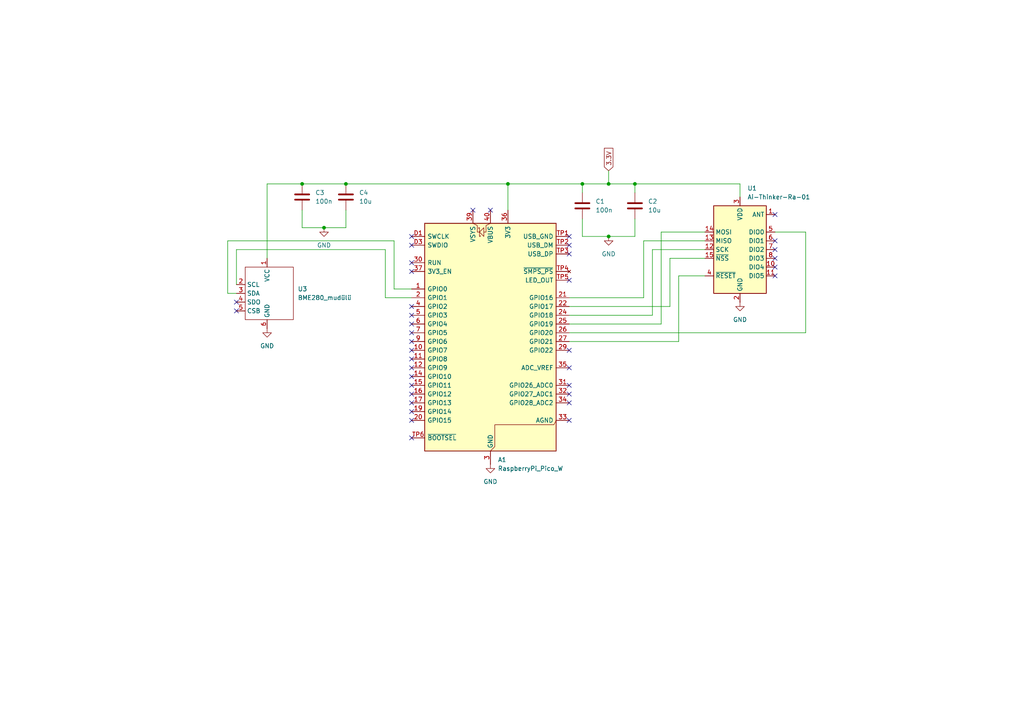
<source format=kicad_sch>
(kicad_sch (version 20250114) (generator "eeschema") (generator_version "9.0")
  (paper "A4")
  (lib_symbols
    (symbol "BME280:BME280_modülü"
      (property "Reference" "U" (at 0 0 0))
      (property "Value" "BME280_mudülü" (at 15.24 0.762 0))
      (symbol "BME280_modülü_0_1"
        (rectangle (start -6.35 7.62) (end 7.62 -7.62))
      )
      (symbol "BME280_modülü_1_1"
        (pin input line (at -8.89 2.54 0) (length 2.54) (name "SCL") (number "2"))
        (pin bidirectional line (at -8.89 0 0) (length 2.54) (name "SDA") (number "3"))
        (pin input line (at -8.89 -2.54 0) (length 2.54) (name "SDO") (number "4"))
        (pin unspecified line (at -8.89 -5.08 0) (length 2.54) (name "CSB") (number "5"))
        (pin power_in line (at 0 10.16 270) (length 2.54) (name "VCC") (number "1"))
        (pin power_in line (at 0 -10.16 90) (length 2.54) (name "GND") (number "6"))
      )
    )
    (symbol "Device:C" (pin_numbers (hide yes)) (pin_names (offset 0.254))
      (property "Reference" "C" (at 0.635 2.54 0))
      (property "Value" "C" (at 0.635 -2.54 0))
      (symbol "C_0_1"
        (polyline (pts (xy -2.032 0.762) (xy 2.032 0.762)) (stroke (width 0.508)))
        (polyline (pts (xy -2.032 -0.762) (xy 2.032 -0.762)) (stroke (width 0.508)))
      )
      (symbol "C_1_1"
        (pin passive line (at 0 3.81 270) (length 2.794) (name "~") (number "1"))
        (pin passive line (at 0 -3.81 90) (length 2.794) (name "~") (number "2"))
      )
    )
    (symbol "MCU_Module:RaspberryPi_Pico_W_Extensive" (pin_names (offset 0.762))
      (property "Reference" "A" (at -19.05 35.56 0))
      (property "Value" "RaspberryPi_Pico_W" (at 7.62 35.56 0))
      (symbol "RaspberryPi_Pico_W_Extensive_0_1"
        (rectangle (start -19.05 34.29) (end 19.05 -31.75) (stroke (width 0.254)) (fill (type background)))
        (polyline (pts (xy -5.08 34.29) (xy -3.81 33.655) (xy -3.81 31.75) (xy -3.175 31.75)))
        (polyline (pts (xy -3.429 32.766) (xy -3.429 33.02) (xy -3.175 33.02) (xy -3.175 30.48) (xy -2.921 30.48) (xy -2.921 30.734)))
        (polyline (pts (xy -3.175 31.75) (xy -1.905 33.02) (xy -1.905 30.48) (xy -3.175 31.75)))
        (polyline (pts (xy 0 34.29) (xy -1.27 33.655) (xy -1.27 31.75) (xy -1.905 31.75)))
        (polyline (pts (xy 0 -31.75) (xy 1.27 -30.48) (xy 1.27 -24.13) (xy 18.415 -24.13) (xy 19.05 -22.86)))
      )
      (symbol "RaspberryPi_Pico_W_Extensive_1_1"
        (pin input line (at -22.86 30.48 0) (length 3.81) (name "SWCLK") (number "D1"))
        (pin bidirectional line (at -22.86 27.94 0) (length 3.81) (name "SWDIO") (number "D3"))
        (pin passive line (at -22.86 22.86 0) (length 3.81) (name "RUN") (number "30"))
        (pin passive line (at -22.86 20.32 0) (length 3.81) (name "3V3_EN") (number "37"))
        (pin bidirectional line (at -22.86 15.24 0) (length 3.81) (name "GPIO0") (number "1"))
        (pin bidirectional line (at -22.86 12.7 0) (length 3.81) (name "GPIO1") (number "2"))
        (pin bidirectional line (at -22.86 10.16 0) (length 3.81) (name "GPIO2") (number "4"))
        (pin bidirectional line (at -22.86 7.62 0) (length 3.81) (name "GPIO3") (number "5"))
        (pin bidirectional line (at -22.86 5.08 0) (length 3.81) (name "GPIO4") (number "6"))
        (pin bidirectional line (at -22.86 2.54 0) (length 3.81) (name "GPIO5") (number "7"))
        (pin bidirectional line (at -22.86 0 0) (length 3.81) (name "GPIO6") (number "9"))
        (pin bidirectional line (at -22.86 -2.54 0) (length 3.81) (name "GPIO7") (number "10"))
        (pin bidirectional line (at -22.86 -5.08 0) (length 3.81) (name "GPIO8") (number "11"))
        (pin bidirectional line (at -22.86 -7.62 0) (length 3.81) (name "GPIO9") (number "12"))
        (pin bidirectional line (at -22.86 -10.16 0) (length 3.81) (name "GPIO10") (number "14"))
        (pin bidirectional line (at -22.86 -12.7 0) (length 3.81) (name "GPIO11") (number "15"))
        (pin bidirectional line (at -22.86 -15.24 0) (length 3.81) (name "GPIO12") (number "16"))
        (pin bidirectional line (at -22.86 -17.78 0) (length 3.81) (name "GPIO13") (number "17"))
        (pin bidirectional line (at -22.86 -20.32 0) (length 3.81) (name "GPIO14") (number "19"))
        (pin bidirectional line (at -22.86 -22.86 0) (length 3.81) (name "GPIO15") (number "20"))
        (pin input line (at -22.86 -27.94 0) (length 3.81) (name "~{BOOTSEL}") (number "TP6"))
        (pin power_in line (at -5.08 38.1 270) (length 3.81) (name "VSYS") (number "39"))
        (pin power_out line (at 0 38.1 270) (length 3.81) (name "VBUS") (number "40"))
        (pin passive line (at 0 -35.56 90) (length 3.81) (hide yes) (name "GND") (number "13"))
        (pin passive line (at 0 -35.56 90) (length 3.81) (hide yes) (name "GND") (number "18"))
        (pin passive line (at 0 -35.56 90) (length 3.81) (hide yes) (name "GND") (number "23"))
        (pin passive line (at 0 -35.56 90) (length 3.81) (hide yes) (name "GND") (number "28"))
        (pin power_out line (at 0 -35.56 90) (length 3.81) (name "GND") (number "3"))
        (pin passive line (at 0 -35.56 90) (length 3.81) (hide yes) (name "GND") (number "38"))
        (pin passive line (at 0 -35.56 90) (length 3.81) (hide yes) (name "GND") (number "8"))
        (pin passive line (at 0 -35.56 90) (length 3.81) (hide yes) (name "GND") (number "D2"))
        (pin power_out line (at 5.08 38.1 270) (length 3.81) (name "3V3") (number "36"))
        (pin power_out line (at 22.86 30.48 180) (length 3.81) (name "USB_GND") (number "TP1"))
        (pin bidirectional line (at 22.86 27.94 180) (length 3.81) (name "USB_DM") (number "TP2"))
        (pin bidirectional line (at 22.86 25.4 180) (length 3.81) (name "USB_DP") (number "TP3"))
        (pin no_connect line (at 22.86 20.32 180) (length 3.81) (name "~{SMPS_PS}") (number "TP4"))
        (pin output line (at 22.86 17.78 180) (length 3.81) (name "LED_OUT") (number "TP5"))
        (pin bidirectional line (at 22.86 12.7 180) (length 3.81) (name "GPIO16") (number "21"))
        (pin bidirectional line (at 22.86 10.16 180) (length 3.81) (name "GPIO17") (number "22"))
        (pin bidirectional line (at 22.86 7.62 180) (length 3.81) (name "GPIO18") (number "24"))
        (pin bidirectional line (at 22.86 5.08 180) (length 3.81) (name "GPIO19") (number "25"))
        (pin bidirectional line (at 22.86 2.54 180) (length 3.81) (name "GPIO20") (number "26"))
        (pin bidirectional line (at 22.86 0 180) (length 3.81) (name "GPIO21") (number "27"))
        (pin bidirectional line (at 22.86 -2.54 180) (length 3.81) (name "GPIO22") (number "29"))
        (pin power_in line (at 22.86 -7.62 180) (length 3.81) (name "ADC_VREF") (number "35"))
        (pin bidirectional line (at 22.86 -12.7 180) (length 3.81) (name "GPIO26_ADC0") (number "31"))
        (pin bidirectional line (at 22.86 -15.24 180) (length 3.81) (name "GPIO27_ADC1") (number "32"))
        (pin bidirectional line (at 22.86 -17.78 180) (length 3.81) (name "GPIO28_ADC2") (number "34"))
        (pin power_out line (at 22.86 -22.86 180) (length 3.81) (name "AGND") (number "33"))
      )
    )
    (symbol "RF_Module:Ai-Thinker-Ra-01"
      (property "Reference" "U" (at 2.54 17.78 0))
      (property "Value" "Ai-Thinker-Ra-01" (at 13.97 -15.24 0))
      (symbol "Ai-Thinker-Ra-01_0_1"
        (rectangle (start -7.62 12.7) (end 7.62 -12.7) (stroke (width 0.254)) (fill (type background)))
      )
      (symbol "Ai-Thinker-Ra-01_1_1"
        (pin input line (at -10.16 5.08 0) (length 2.54) (name "MOSI") (number "14"))
        (pin output line (at -10.16 2.54 0) (length 2.54) (name "MISO") (number "13"))
        (pin input line (at -10.16 0 0) (length 2.54) (name "SCK") (number "12"))
        (pin input line (at -10.16 -2.54 0) (length 2.54) (name "~{NSS}") (number "15"))
        (pin input line (at -10.16 -7.62 0) (length 2.54) (name "~{RESET}") (number "4"))
        (pin power_in line (at 0 15.24 270) (length 2.54) (name "VDD") (number "3"))
        (pin passive line (at 0 -15.24 90) (length 2.54) (hide yes) (name "GND") (number "16"))
        (pin power_in line (at 0 -15.24 90) (length 2.54) (name "GND") (number "2"))
        (pin passive line (at 0 -15.24 90) (length 2.54) (hide yes) (name "GND") (number "9"))
        (pin passive line (at 10.16 10.16 180) (length 2.54) (name "ANT") (number "1"))
        (pin bidirectional line (at 10.16 5.08 180) (length 2.54) (name "DIO0") (number "5"))
        (pin bidirectional line (at 10.16 2.54 180) (length 2.54) (name "DIO1") (number "6"))
        (pin bidirectional line (at 10.16 0 180) (length 2.54) (name "DIO2") (number "7"))
        (pin bidirectional line (at 10.16 -2.54 180) (length 2.54) (name "DIO3") (number "8"))
        (pin bidirectional line (at 10.16 -5.08 180) (length 2.54) (name "DIO4") (number "10"))
        (pin bidirectional line (at 10.16 -7.62 180) (length 2.54) (name "DIO5") (number "11"))
      )
    )
    (symbol "power:GND" (power) (pin_numbers (hide yes)) (pin_names (offset 0) (hide yes))
      (property "Value" "GND" (at 0 -3.81 0))
      (symbol "GND_0_1"
        (polyline (pts (xy 0 0) (xy 0 -1.27) (xy 1.27 -1.27) (xy 0 -2.54) (xy -1.27 -1.27) (xy 0 -1.27)))
      )
      (symbol "GND_1_1"
        (pin power_in line (at 0 0 270) (length 0) (name "~") (number "1"))
      )
    )
  )
  (junction (at 176.53 53.34))
  (junction (at 93.98 66.04))
  (junction (at 147.32 53.34))
  (junction (at 100.33 53.34))
  (junction (at 176.53 68.58))
  (junction (at 87.63 53.34))
  (junction (at 168.91 53.34))
  (junction (at 184.15 53.34))
  (no_connect (at 165.1 68.58))
  (no_connect (at 224.79 62.23))
  (no_connect (at 119.38 119.38))
  (no_connect (at 119.38 68.58))
  (no_connect (at 119.38 109.22))
  (no_connect (at 165.1 81.28))
  (no_connect (at 119.38 78.74))
  (no_connect (at 165.1 116.84))
  (no_connect (at 68.58 90.17))
  (no_connect (at 165.1 114.3))
  (no_connect (at 119.38 104.14))
  (no_connect (at 119.38 111.76))
  (no_connect (at 119.38 99.06))
  (no_connect (at 119.38 96.52))
  (no_connect (at 119.38 93.98))
  (no_connect (at 119.38 127))
  (no_connect (at 224.79 80.01))
  (no_connect (at 165.1 71.12))
  (no_connect (at 119.38 114.3))
  (no_connect (at 119.38 116.84))
  (no_connect (at 119.38 101.6))
  (no_connect (at 142.24 60.96))
  (no_connect (at 165.1 121.92))
  (no_connect (at 224.79 69.85))
  (no_connect (at 68.58 87.63))
  (no_connect (at 119.38 71.12))
  (no_connect (at 137.16 60.96))
  (no_connect (at 119.38 106.68))
  (no_connect (at 165.1 73.66))
  (no_connect (at 165.1 111.76))
  (no_connect (at 165.1 106.68))
  (no_connect (at 224.79 77.47))
  (no_connect (at 119.38 91.44))
  (no_connect (at 224.79 74.93))
  (no_connect (at 119.38 88.9))
  (no_connect (at 224.79 72.39))
  (no_connect (at 119.38 76.2))
  (no_connect (at 165.1 101.6))
  (no_connect (at 119.38 121.92))
  (wire (pts (xy 204.47 74.93) (xy 194.31 74.93)))
  (wire (pts (xy 93.98 66.04) (xy 100.33 66.04)))
  (wire (pts (xy 68.58 72.39) (xy 111.76 72.39)))
  (wire (pts (xy 68.58 82.55) (xy 68.58 72.39)))
  (wire (pts (xy 196.85 80.01) (xy 196.85 99.06)))
  (wire (pts (xy 77.47 74.93) (xy 77.47 53.34)))
  (wire (pts (xy 186.69 69.85) (xy 186.69 86.36)))
  (wire (pts (xy 168.91 53.34) (xy 176.53 53.34)))
  (wire (pts (xy 168.91 53.34) (xy 147.32 53.34)))
  (wire (pts (xy 87.63 66.04) (xy 93.98 66.04)))
  (wire (pts (xy 68.58 85.09) (xy 66.04 85.09)))
  (wire (pts (xy 233.68 67.31) (xy 233.68 96.52)))
  (wire (pts (xy 114.3 69.85) (xy 114.3 83.82)))
  (wire (pts (xy 176.53 53.34) (xy 184.15 53.34)))
  (wire (pts (xy 165.1 91.44) (xy 189.23 91.44)))
  (wire (pts (xy 189.23 91.44) (xy 189.23 72.39)))
  (wire (pts (xy 111.76 72.39) (xy 111.76 86.36)))
  (wire (pts (xy 189.23 72.39) (xy 204.47 72.39)))
  (wire (pts (xy 176.53 68.58) (xy 184.15 68.58)))
  (wire (pts (xy 168.91 63.5) (xy 168.91 68.58)))
  (wire (pts (xy 87.63 60.96) (xy 87.63 66.04)))
  (wire (pts (xy 100.33 53.34) (xy 147.32 53.34)))
  (wire (pts (xy 204.47 69.85) (xy 186.69 69.85)))
  (wire (pts (xy 176.53 49.53) (xy 176.53 53.34)))
  (wire (pts (xy 233.68 96.52) (xy 165.1 96.52)))
  (wire (pts (xy 77.47 53.34) (xy 87.63 53.34)))
  (wire (pts (xy 214.63 57.15) (xy 214.63 53.34)))
  (wire (pts (xy 194.31 88.9) (xy 165.1 88.9)))
  (wire (pts (xy 111.76 86.36) (xy 119.38 86.36)))
  (wire (pts (xy 168.91 53.34) (xy 168.91 55.88)))
  (wire (pts (xy 184.15 63.5) (xy 184.15 68.58)))
  (wire (pts (xy 194.31 74.93) (xy 194.31 88.9)))
  (wire (pts (xy 184.15 55.88) (xy 184.15 53.34)))
  (wire (pts (xy 204.47 80.01) (xy 196.85 80.01)))
  (wire (pts (xy 66.04 69.85) (xy 114.3 69.85)))
  (wire (pts (xy 186.69 86.36) (xy 165.1 86.36)))
  (wire (pts (xy 66.04 85.09) (xy 66.04 69.85)))
  (wire (pts (xy 224.79 67.31) (xy 233.68 67.31)))
  (wire (pts (xy 147.32 53.34) (xy 147.32 60.96)))
  (wire (pts (xy 204.47 67.31) (xy 191.77 67.31)))
  (wire (pts (xy 191.77 93.98) (xy 165.1 93.98)))
  (wire (pts (xy 100.33 60.96) (xy 100.33 66.04)))
  (wire (pts (xy 87.63 53.34) (xy 100.33 53.34)))
  (wire (pts (xy 184.15 53.34) (xy 214.63 53.34)))
  (wire (pts (xy 114.3 83.82) (xy 119.38 83.82)))
  (wire (pts (xy 191.77 67.31) (xy 191.77 93.98)))
  (wire (pts (xy 196.85 99.06) (xy 165.1 99.06)))
  (wire (pts (xy 168.91 68.58) (xy 176.53 68.58)))
  (global_label "3.3V" (shape input) (at 176.53 49.53 90) (property "Intersheetrefs" "${INTERSHEET_REFS}" (effects (hide yes))))
  (symbol (lib_id "RF_Module:Ai-Thinker-Ra-01") (at 214.63 72.39 0) (unit 1)
    (property "Reference" "U1" (at 216.7733 54.61 0) (effects (justify left)))
    (property "Value" "Ai-Thinker-Ra-01" (at 216.7733 57.15 0) (effects (justify left)))
    (property "Footprint" "RF_Module:Ai-Thinker-Ra-01-LoRa" (effects (hide yes)))
    (property "Datasheet" "http://wiki.ai-thinker.com/_media/lora/docs/c047ps01a1_ra-01_product_specification_v1.1.pdf" (effects (hide yes)))
    (property "Description" "Ai-Thinker Ra-01 410-525 MHz LoRa Module, SPI interface, external antenna" (effects (hide yes)))
  )
  (symbol (lib_id "power:GND") (at 77.47 95.25 0) (unit 1)
    (property "Reference" "#PWR04" (effects (hide yes)))
    (property "Value" "GND" (at 77.47 100.33 0))
    (property "Description" "Power symbol creates a global label with name \"GND\" , ground" (effects (hide yes)))
  )
  (symbol (lib_id "Device:C") (at 184.15 59.69 0) (unit 1)
    (property "Reference" "C2" (at 187.96 58.4199 0) (effects (justify left)))
    (property "Value" "10u" (at 187.96 60.9599 0) (effects (justify left)))
    (property "Footprint" "Capacitor_SMD:C_1206_3216Metric_Pad1.33x1.80mm_HandSolder" (effects (hide yes)))
    (property "Description" "Unpolarized capacitor" (effects (hide yes)))
  )
  (symbol (lib_id "power:GND") (at 93.98 66.04 0) (unit 1)
    (property "Reference" "#PWR05" (effects (hide yes)))
    (property "Value" "GND" (at 93.98 71.12 0))
    (property "Description" "Power symbol creates a global label with name \"GND\" , ground" (effects (hide yes)))
  )
  (symbol (lib_id "Device:C") (at 87.63 57.15 0) (unit 1)
    (property "Reference" "C3" (at 91.44 55.8799 0) (effects (justify left)))
    (property "Value" "100n" (at 91.44 58.4199 0) (effects (justify left)))
    (property "Footprint" "Capacitor_SMD:C_1206_3216Metric_Pad1.33x1.80mm_HandSolder" (effects (hide yes)))
    (property "Description" "Unpolarized capacitor" (effects (hide yes)))
  )
  (symbol (lib_id "MCU_Module:RaspberryPi_Pico_W_Extensive") (at 142.24 99.06 0) (unit 1)
    (property "Reference" "A1" (at 144.3833 133.35 0) (effects (justify left)))
    (property "Value" "RaspberryPi_Pico_W" (at 144.3833 135.89 0) (effects (justify left)))
    (property "Footprint" "Module:RaspberryPi_Pico_Common_THT" (effects (hide yes)))
    (property "Datasheet" "https://datasheets.raspberrypi.com/picow/pico-w-datasheet.pdf" (effects (hide yes)))
    (property "Description" "Versatile and inexpensive wireless microcontroller module (with full pinout for test point and debug connections) powered by RP2040 dual-core Arm Cortex-M0+ processor up to 133 MHz, 264kB SRAM, 2MB QSPI flash, Infineon CYW43439 2.4GHz 802.11n wireless LAN; also supports Raspberry Pi Pico 2 W" (effects (hide yes)))
  )
  (symbol (lib_id "power:GND") (at 214.63 87.63 0) (unit 1)
    (property "Reference" "#PWR02" (effects (hide yes)))
    (property "Value" "GND" (at 214.63 92.71 0))
    (property "Description" "Power symbol creates a global label with name \"GND\" , ground" (effects (hide yes)))
  )
  (symbol (lib_id "power:GND") (at 176.53 68.58 0) (unit 1)
    (property "Reference" "#PWR01" (effects (hide yes)))
    (property "Value" "GND" (at 176.53 73.66 0))
    (property "Description" "Power symbol creates a global label with name \"GND\" , ground" (effects (hide yes)))
  )
  (symbol (lib_id "Device:C") (at 168.91 59.69 0) (unit 1)
    (property "Reference" "C1" (at 172.72 58.4199 0) (effects (justify left)))
    (property "Value" "100n" (at 172.72 60.9599 0) (effects (justify left)))
    (property "Footprint" "Capacitor_SMD:C_1206_3216Metric_Pad1.33x1.80mm_HandSolder" (effects (hide yes)))
    (property "Description" "Unpolarized capacitor" (effects (hide yes)))
  )
  (symbol (lib_id "Device:C") (at 100.33 57.15 0) (unit 1)
    (property "Reference" "C4" (at 104.14 55.8799 0) (effects (justify left)))
    (property "Value" "10u" (at 104.14 58.4199 0) (effects (justify left)))
    (property "Footprint" "Capacitor_SMD:C_1206_3216Metric_Pad1.33x1.80mm_HandSolder" (effects (hide yes)))
    (property "Description" "Unpolarized capacitor" (effects (hide yes)))
  )
  (symbol (lib_id "power:GND") (at 142.24 134.62 0) (unit 1)
    (property "Reference" "#PWR03" (effects (hide yes)))
    (property "Value" "GND" (at 142.24 139.7 0))
    (property "Description" "Power symbol creates a global label with name \"GND\" , ground" (effects (hide yes)))
  )
  (symbol (lib_id "BME280:BME280_modülü") (at 77.47 85.09 0) (unit 1)
    (property "Reference" "U3" (at 86.36 83.8199 0) (effects (justify left)))
    (property "Value" "BME280_mudülü" (at 86.36 86.3599 0) (effects (justify left)))
    (property "Footprint" "LibraryBME280:Untitled" (effects (hide yes)))
  )
)
</source>
